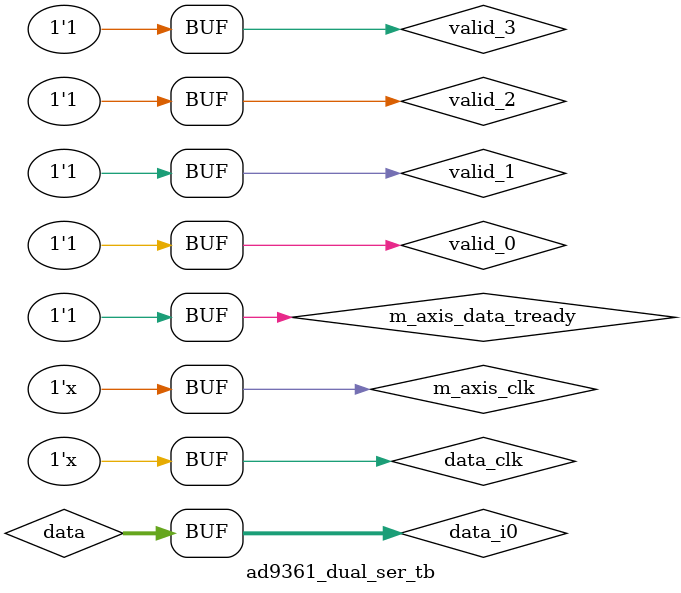
<source format=v>
`timescale 1ns / 1ps


module ad9361_dual_ser_tb;

  reg              data_clk;
  reg     [ 11:0]  data;
  reg              valid_0;
  reg              valid_1;
  reg              valid_2;
  reg              valid_3;
  reg              m_axis_clk;
  reg              m_axis_data_tready;

  wire    [ 11:0]  data_i0;
  wire    [ 11:0]  data_q0;
  wire    [ 11:0]  data_i1;
  wire    [ 11:0]  data_q1;
  wire    [ 11:0]  data_i2;
  wire    [ 11:0]  data_q2;
  wire    [ 11:0]  data_i3;
  wire    [ 11:0]  data_q3;
  wire    [127:0]  m_axis_data_tdata;
  wire             m_axis_data_tlast;
  wire             m_axis_data_tvalid;




  assign data_i0 = data;
  assign data_q0 = data + 12'd1000;
  assign data_i1 = data + 12'd2000;
  assign data_q1 = data + 12'd3000;
  assign data_i2 = data + 12'd4000;
  assign data_q2 = data + 12'd5000;
  assign data_i3 = data + 12'd6000;
  assign data_q3 = data + 12'd7000;

  initial begin
    m_axis_data_tready = 0;
    data_clk = 0;
    m_axis_clk = 1;
    data = 12'b010101010101;
    valid_0 = 0;
    valid_1 = 0;
    valid_2 = 0;
    valid_3 = 0;
    #10 valid_0 = 1;
    #10 valid_1 = 1;
    #10 valid_2 = 1;
    #10 valid_3 = 1;
    #60 m_axis_data_tready = 1;
    #5 m_axis_data_tready = 0;
    #40 m_axis_data_tready = 1;
  end



  always #10 data_clk <= ~data_clk;
  always begin
    #0.5 m_axis_clk <= ~m_axis_clk;
    #0.5 m_axis_clk <= m_axis_clk;
  end


  always @(posedge data_clk) begin
    data <= data + 12'd22;
  end


  ad9361_dual_ser #(
    .USE_AXIS_TLAST (1),
    .AXIS_BURST_LENGTH (10)
  ) ad9361_dual_ser_inst (
    .data_clk (data_clk),
    .valid_0 (valid_0),
    .data_i0 (data_i0),
    .data_q0 (data_q0),
    .valid_1 (valid_1),
    .data_i1 (data_i1),
    .data_q1 (data_q1),
    .valid_2 (valid_2),
    .data_i2 (data_i2),
    .data_q2 (data_q2),
    .valid_3 (valid_3),
    .data_i3 (data_i3),
    .data_q3 (data_q3),
    .m_axis_clk (m_axis_clk),
    .m_axis_data_tready (m_axis_data_tready),
    .m_axis_data_tvalid (m_axis_data_tvalid),
    .m_axis_data_tlast (m_axis_data_tlast),
    .m_axis_data_tdata (m_axis_data_tdata)
  );

endmodule

</source>
